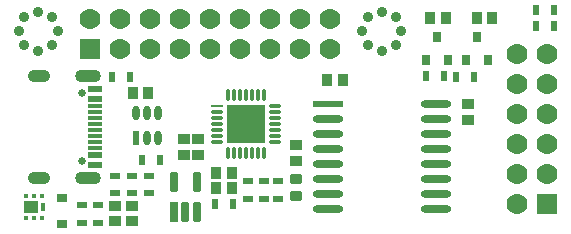
<source format=gbr>
%TF.GenerationSoftware,Altium Limited,Altium Designer,24.10.1 (45)*%
G04 Layer_Color=8388736*
%FSLAX43Y43*%
%MOMM*%
%TF.SameCoordinates,738E9D88-7849-49E8-B729-5C703525A812*%
%TF.FilePolarity,Negative*%
%TF.FileFunction,Soldermask,Top*%
%TF.Part,Single*%
G01*
G75*
%TA.AperFunction,ConnectorPad*%
%ADD15R,1.150X0.300*%
%ADD16R,1.150X0.600*%
%ADD17R,0.350X0.660*%
%ADD18R,0.350X0.430*%
%ADD19R,1.250X1.100*%
%TA.AperFunction,SMDPad,CuDef*%
G04:AMPARAMS|DCode=23|XSize=2.598mm|YSize=0.622mm|CornerRadius=0.311mm|HoleSize=0mm|Usage=FLASHONLY|Rotation=0.000|XOffset=0mm|YOffset=0mm|HoleType=Round|Shape=RoundedRectangle|*
%AMROUNDEDRECTD23*
21,1,2.598,0.000,0,0,0.0*
21,1,1.976,0.622,0,0,0.0*
1,1,0.622,0.988,0.000*
1,1,0.622,-0.988,0.000*
1,1,0.622,-0.988,0.000*
1,1,0.622,0.988,0.000*
%
%ADD23ROUNDEDRECTD23*%
%ADD24R,2.598X0.622*%
%TA.AperFunction,ComponentPad*%
%ADD46C,0.650*%
%ADD64C,0.876*%
%ADD65O,2.176X1.076*%
%ADD66O,1.876X1.076*%
G04:AMPARAMS|DCode=67|XSize=1.776mm|YSize=1.776mm|CornerRadius=0.888mm|HoleSize=0mm|Usage=FLASHONLY|Rotation=180.000|XOffset=0mm|YOffset=0mm|HoleType=Round|Shape=RoundedRectangle|*
%AMROUNDEDRECTD67*
21,1,1.776,0.000,0,0,180.0*
21,1,0.000,1.776,0,0,180.0*
1,1,1.776,0.000,0.000*
1,1,1.776,0.000,0.000*
1,1,1.776,0.000,0.000*
1,1,1.776,0.000,0.000*
%
%ADD67ROUNDEDRECTD67*%
%ADD68R,1.776X1.776*%
G04:AMPARAMS|DCode=69|XSize=1.776mm|YSize=1.776mm|CornerRadius=0.888mm|HoleSize=0mm|Usage=FLASHONLY|Rotation=90.000|XOffset=0mm|YOffset=0mm|HoleType=Round|Shape=RoundedRectangle|*
%AMROUNDEDRECTD69*
21,1,1.776,0.000,0,0,90.0*
21,1,0.000,1.776,0,0,90.0*
1,1,1.776,0.000,0.000*
1,1,1.776,0.000,0.000*
1,1,1.776,0.000,0.000*
1,1,1.776,0.000,0.000*
%
%ADD69ROUNDEDRECTD69*%
%ADD70R,1.776X1.776*%
%TA.AperFunction,SMDPad,CuDef*%
G04:AMPARAMS|DCode=71|XSize=1.232mm|YSize=0.612mm|CornerRadius=0.306mm|HoleSize=0mm|Usage=FLASHONLY|Rotation=90.000|XOffset=0mm|YOffset=0mm|HoleType=Round|Shape=RoundedRectangle|*
%AMROUNDEDRECTD71*
21,1,1.232,0.000,0,0,90.0*
21,1,0.620,0.612,0,0,90.0*
1,1,0.612,0.000,0.310*
1,1,0.612,0.000,-0.310*
1,1,0.612,0.000,-0.310*
1,1,0.612,0.000,0.310*
%
%ADD71ROUNDEDRECTD71*%
%ADD72R,0.612X1.232*%
%TA.AperFunction,ConnectorPad*%
%ADD73R,0.876X0.576*%
%ADD74R,1.226X0.376*%
%TA.AperFunction,SMDPad,CuDef*%
%ADD75R,0.676X0.876*%
G04:AMPARAMS|DCode=76|XSize=0.726mm|YSize=1.676mm|CornerRadius=0.152mm|HoleSize=0mm|Usage=FLASHONLY|Rotation=180.000|XOffset=0mm|YOffset=0mm|HoleType=Round|Shape=RoundedRectangle|*
%AMROUNDEDRECTD76*
21,1,0.726,1.373,0,0,180.0*
21,1,0.422,1.676,0,0,180.0*
1,1,0.304,-0.211,0.686*
1,1,0.304,0.211,0.686*
1,1,0.304,0.211,-0.686*
1,1,0.304,-0.211,-0.686*
%
%ADD76ROUNDEDRECTD76*%
%ADD77R,0.726X1.676*%
%TA.AperFunction,ConnectorPad*%
%ADD78R,0.906X0.701*%
%TA.AperFunction,SMDPad,CuDef*%
G04:AMPARAMS|DCode=79|XSize=0.876mm|YSize=1.076mm|CornerRadius=0.138mm|HoleSize=0mm|Usage=FLASHONLY|Rotation=270.000|XOffset=0mm|YOffset=0mm|HoleType=Round|Shape=RoundedRectangle|*
%AMROUNDEDRECTD79*
21,1,0.876,0.800,0,0,270.0*
21,1,0.600,1.076,0,0,270.0*
1,1,0.276,-0.400,-0.300*
1,1,0.276,-0.400,0.300*
1,1,0.276,0.400,0.300*
1,1,0.276,0.400,-0.300*
%
%ADD79ROUNDEDRECTD79*%
%ADD80R,0.576X0.876*%
G04:AMPARAMS|DCode=81|XSize=0.276mm|YSize=1.026mm|CornerRadius=0.088mm|HoleSize=0mm|Usage=FLASHONLY|Rotation=90.000|XOffset=0mm|YOffset=0mm|HoleType=Round|Shape=RoundedRectangle|*
%AMROUNDEDRECTD81*
21,1,0.276,0.850,0,0,90.0*
21,1,0.100,1.026,0,0,90.0*
1,1,0.176,0.425,0.050*
1,1,0.176,0.425,-0.050*
1,1,0.176,-0.425,-0.050*
1,1,0.176,-0.425,0.050*
%
%ADD81ROUNDEDRECTD81*%
G04:AMPARAMS|DCode=82|XSize=0.276mm|YSize=1.026mm|CornerRadius=0.088mm|HoleSize=0mm|Usage=FLASHONLY|Rotation=0.000|XOffset=0mm|YOffset=0mm|HoleType=Round|Shape=RoundedRectangle|*
%AMROUNDEDRECTD82*
21,1,0.276,0.850,0,0,0.0*
21,1,0.100,1.026,0,0,0.0*
1,1,0.176,0.050,-0.425*
1,1,0.176,-0.050,-0.425*
1,1,0.176,-0.050,0.425*
1,1,0.176,0.050,0.425*
%
%ADD82ROUNDEDRECTD82*%
%ADD83R,1.026X0.276*%
%ADD84R,3.276X3.276*%
%ADD85R,0.876X0.976*%
%ADD86R,0.876X0.576*%
%ADD87R,0.976X0.876*%
%TA.AperFunction,ViaPad*%
%ADD88C,0.676*%
D15*
X7677Y9750D02*
D03*
Y10250D02*
D03*
Y8750D02*
D03*
Y9250D02*
D03*
Y10750D02*
D03*
Y7250D02*
D03*
Y8250D02*
D03*
D16*
Y12200D02*
D03*
Y11400D02*
D03*
Y5800D02*
D03*
Y6600D02*
D03*
D17*
X3318Y2230D02*
D03*
D18*
X3193Y3165D02*
D03*
X2543D02*
D03*
X3193Y1295D02*
D03*
X2543D02*
D03*
X1893Y3165D02*
D03*
Y1295D02*
D03*
D19*
X2258Y2230D02*
D03*
D23*
X36578Y9675D02*
D03*
Y8405D02*
D03*
Y10945D02*
D03*
Y5865D02*
D03*
Y7135D02*
D03*
Y4595D02*
D03*
Y2055D02*
D03*
Y3325D02*
D03*
X27422Y4595D02*
D03*
Y5865D02*
D03*
Y9675D02*
D03*
Y7135D02*
D03*
Y8405D02*
D03*
Y2055D02*
D03*
Y3325D02*
D03*
D24*
Y10945D02*
D03*
D46*
X6602Y11890D02*
D03*
Y6110D02*
D03*
D64*
X33167Y18267D02*
D03*
X33650Y17100D02*
D03*
X32000Y18750D02*
D03*
X33167Y15933D02*
D03*
X32000Y15450D02*
D03*
X30833Y15933D02*
D03*
Y18267D02*
D03*
X30350Y17100D02*
D03*
X1250D02*
D03*
X4550D02*
D03*
X4067Y15933D02*
D03*
Y18267D02*
D03*
X2900Y15450D02*
D03*
Y18750D02*
D03*
X1733Y15933D02*
D03*
Y18267D02*
D03*
D65*
X7102Y13320D02*
D03*
Y4680D02*
D03*
D66*
X2922Y13320D02*
D03*
Y4680D02*
D03*
D67*
X46000Y7580D02*
D03*
Y10120D02*
D03*
Y5040D02*
D03*
Y15200D02*
D03*
X43460D02*
D03*
X46000Y12660D02*
D03*
X43460Y2500D02*
D03*
Y10120D02*
D03*
Y12660D02*
D03*
Y5040D02*
D03*
Y7580D02*
D03*
D68*
X46000Y2500D02*
D03*
D69*
X22540Y18140D02*
D03*
X25080D02*
D03*
X20000D02*
D03*
X27620D02*
D03*
X14920D02*
D03*
X17460D02*
D03*
X12380D02*
D03*
Y15600D02*
D03*
X9840D02*
D03*
X27620D02*
D03*
X25080D02*
D03*
X17460D02*
D03*
X14920D02*
D03*
X22540D02*
D03*
X20000D02*
D03*
X9840Y18140D02*
D03*
X7300D02*
D03*
D70*
Y15600D02*
D03*
D71*
X13073Y10175D02*
D03*
X12123D02*
D03*
X11173D02*
D03*
X12123Y8025D02*
D03*
X13073D02*
D03*
D72*
X11173D02*
D03*
D73*
X7960Y2388D02*
D03*
Y888D02*
D03*
D74*
X7677Y7750D02*
D03*
D75*
X36662Y16656D02*
D03*
X37612Y14636D02*
D03*
X35712D02*
D03*
X40039Y16648D02*
D03*
X40989Y14628D02*
D03*
X39089D02*
D03*
D76*
X16306Y4333D02*
D03*
X14406D02*
D03*
X16306Y1833D02*
D03*
X15356D02*
D03*
D77*
X14406D02*
D03*
D78*
X4938Y2984D02*
D03*
Y759D02*
D03*
D79*
X24721Y4625D02*
D03*
Y3125D02*
D03*
D80*
X19400Y2457D02*
D03*
X17900D02*
D03*
X37215Y13286D02*
D03*
X35715D02*
D03*
X46543Y18859D02*
D03*
X45043D02*
D03*
X46538Y17557D02*
D03*
X45038D02*
D03*
X10658Y13244D02*
D03*
X9158D02*
D03*
X38286Y13244D02*
D03*
X39786D02*
D03*
X13164Y6242D02*
D03*
X11664D02*
D03*
D81*
X22975Y10743D02*
D03*
Y9743D02*
D03*
Y9243D02*
D03*
Y10243D02*
D03*
Y8743D02*
D03*
Y8243D02*
D03*
Y7743D02*
D03*
X18025Y9243D02*
D03*
Y8743D02*
D03*
Y10243D02*
D03*
Y9743D02*
D03*
Y7743D02*
D03*
Y8243D02*
D03*
D82*
X22000Y11718D02*
D03*
X21000D02*
D03*
X21500D02*
D03*
X20000D02*
D03*
X20500D02*
D03*
X22000Y6768D02*
D03*
X21500D02*
D03*
X20500D02*
D03*
X21000D02*
D03*
X19000Y11718D02*
D03*
X19500D02*
D03*
Y6768D02*
D03*
X20000D02*
D03*
X19000D02*
D03*
D83*
X18025Y10743D02*
D03*
D84*
X20500Y9243D02*
D03*
D85*
X19286Y3806D02*
D03*
X17986D02*
D03*
X41333Y18264D02*
D03*
X40033D02*
D03*
X36105Y18243D02*
D03*
X37405D02*
D03*
X10894Y11878D02*
D03*
X12194D02*
D03*
X28660Y12990D02*
D03*
X27360D02*
D03*
X19286Y5120D02*
D03*
X17986D02*
D03*
D86*
X23220Y2913D02*
D03*
Y4413D02*
D03*
X21987Y4416D02*
D03*
Y2916D02*
D03*
X10827Y3371D02*
D03*
Y4871D02*
D03*
X6570Y888D02*
D03*
Y2388D02*
D03*
X12261Y4871D02*
D03*
Y3371D02*
D03*
X9424Y4871D02*
D03*
Y3371D02*
D03*
X20655Y2924D02*
D03*
Y4424D02*
D03*
D87*
X24721Y6133D02*
D03*
Y7433D02*
D03*
X16446Y6654D02*
D03*
Y7954D02*
D03*
X15271Y6654D02*
D03*
Y7954D02*
D03*
X10827Y2294D02*
D03*
Y994D02*
D03*
X39302Y9613D02*
D03*
Y10913D02*
D03*
X9393Y2294D02*
D03*
Y994D02*
D03*
D88*
X21770Y10513D02*
D03*
X20500Y9243D02*
D03*
Y10513D02*
D03*
X21770Y9243D02*
D03*
X20500Y7973D02*
D03*
X21770D02*
D03*
X19230Y9243D02*
D03*
Y10513D02*
D03*
Y7973D02*
D03*
%TF.MD5,6919cd5adb72050ae78d27e1696748ed*%
M02*

</source>
